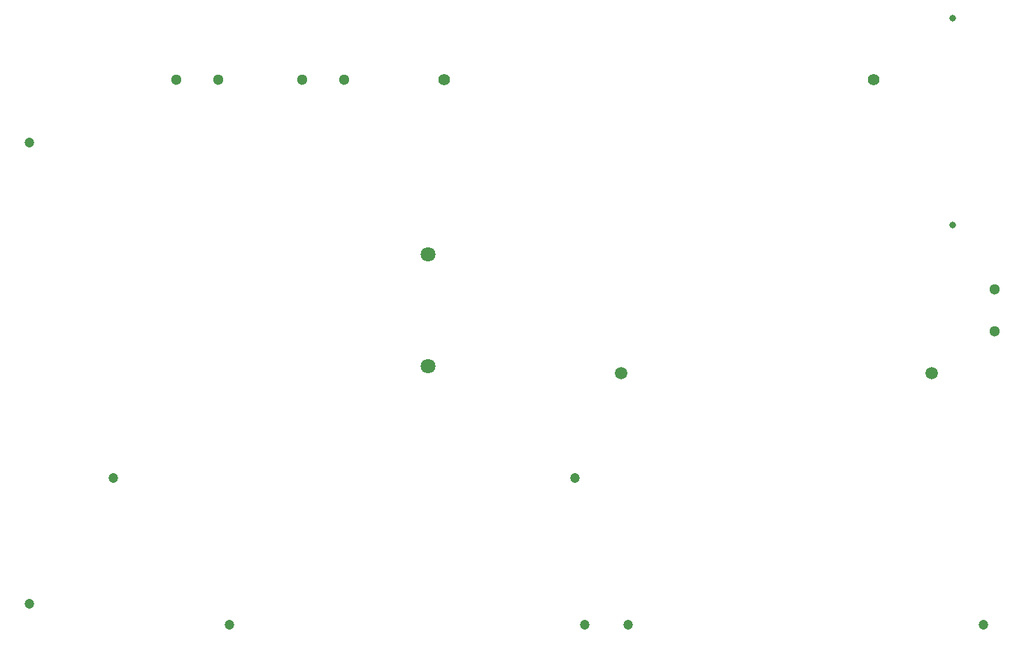
<source format=gbr>
%TF.GenerationSoftware,KiCad,Pcbnew,6.0.2+dfsg-1*%
%TF.CreationDate,2022-10-05T13:40:39-04:00*%
%TF.ProjectId,overnight-sensations,6f766572-6e69-4676-9874-2d73656e7361,rev?*%
%TF.SameCoordinates,Original*%
%TF.FileFunction,Plated,1,2,PTH,Drill*%
%TF.FilePolarity,Positive*%
%FSLAX46Y46*%
G04 Gerber Fmt 4.6, Leading zero omitted, Abs format (unit mm)*
G04 Created by KiCad (PCBNEW 6.0.2+dfsg-1) date 2022-10-05 13:40:39*
%MOMM*%
%LPD*%
G01*
G04 APERTURE LIST*
%TA.AperFunction,ComponentDrill*%
%ADD10C,0.800000*%
%TD*%
%TA.AperFunction,ComponentDrill*%
%ADD11C,1.200000*%
%TD*%
%TA.AperFunction,ComponentDrill*%
%ADD12C,1.300000*%
%TD*%
%TA.AperFunction,ComponentDrill*%
%ADD13C,1.400000*%
%TD*%
%TA.AperFunction,ComponentDrill*%
%ADD14C,1.500000*%
%TD*%
%TA.AperFunction,ComponentDrill*%
%ADD15C,1.800000*%
%TD*%
G04 APERTURE END LIST*
D10*
%TO.C,C1*%
X246380000Y-51000000D03*
X246380000Y-76000000D03*
D11*
%TO.C,R2*%
X134620000Y-66040000D03*
X134620000Y-121920000D03*
%TO.C,R1*%
X144780000Y-106680000D03*
%TO.C,C3*%
X158840000Y-124460000D03*
%TO.C,R1*%
X200660000Y-106680000D03*
%TO.C,C3*%
X201840000Y-124460000D03*
%TO.C,C2*%
X207100000Y-124460000D03*
X250100000Y-124460000D03*
D12*
%TO.C,Tweeter1*%
X152400000Y-58420000D03*
X157480000Y-58420000D03*
%TO.C,Woofer1*%
X167640000Y-58420000D03*
X172720000Y-58420000D03*
%TO.C,Input1*%
X251460000Y-83820000D03*
X251460000Y-88900000D03*
D13*
%TO.C,C4*%
X184820000Y-58420000D03*
X236820000Y-58420000D03*
D14*
%TO.C,L2*%
X206240000Y-93980000D03*
X243840000Y-93980000D03*
D15*
%TO.C,L1*%
X182880000Y-79605000D03*
X182880000Y-93105000D03*
M02*

</source>
